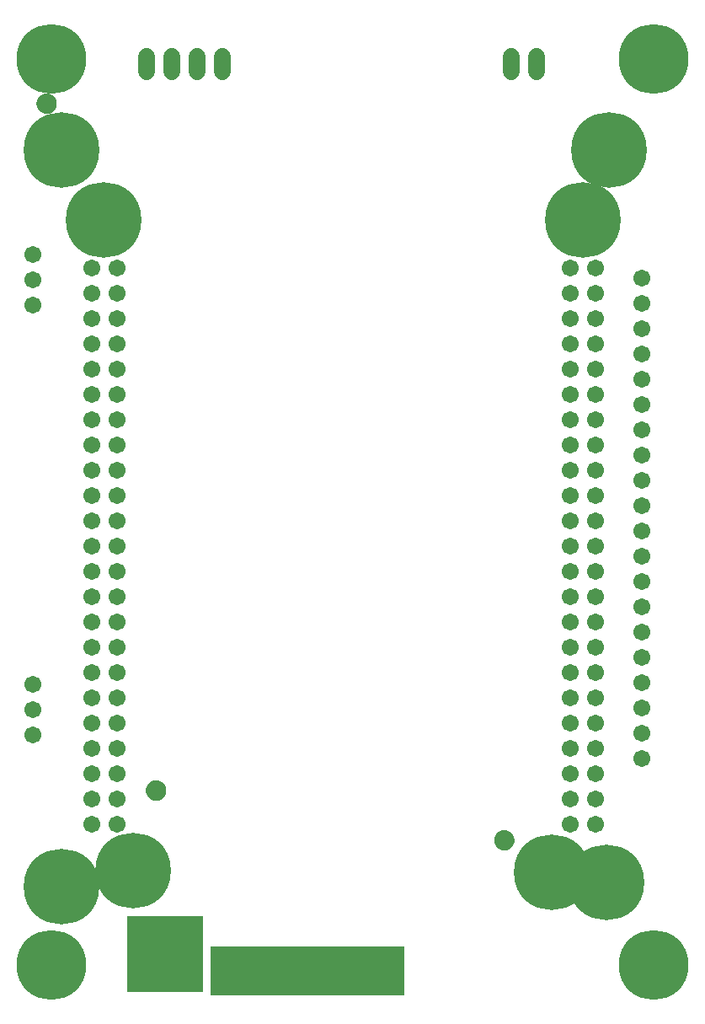
<source format=gbr>
G75*
%MOIN*%
%OFA0B0*%
%FSLAX24Y24*%
%IPPOS*%
%LPD*%
%AMOC8*
5,1,8,0,0,1.08239X$1,22.5*
%
%ADD10R,0.7661X0.1945*%
%ADD11C,0.0672*%
%ADD12C,0.0672*%
%ADD13C,0.0394*%
%ADD14C,0.0679*%
%ADD15R,0.2992X0.2992*%
%ADD16C,0.2992*%
%ADD17C,0.2756*%
%ADD18C,0.0669*%
D10*
X012146Y002257D03*
D11*
X004603Y008049D03*
X004603Y009049D03*
X004603Y010049D03*
X004603Y011049D03*
X004603Y012049D03*
X004603Y013049D03*
X004603Y014049D03*
X004603Y015049D03*
X004603Y016049D03*
X004603Y017049D03*
X004603Y018049D03*
X004603Y019049D03*
X004603Y020049D03*
X004603Y021049D03*
X004603Y022049D03*
X004603Y023049D03*
X004603Y024049D03*
X004603Y025049D03*
X004603Y026049D03*
X004603Y027049D03*
X004603Y028049D03*
X004603Y029049D03*
X004603Y030049D03*
X003603Y030049D03*
X003603Y029049D03*
X003603Y028049D03*
X003603Y027049D03*
X003603Y026049D03*
X003603Y025049D03*
X003603Y024049D03*
X003603Y023049D03*
X003603Y022049D03*
X003603Y021049D03*
X003603Y020049D03*
X003603Y019049D03*
X003603Y018049D03*
X003603Y017049D03*
X003603Y016049D03*
X003603Y015049D03*
X003603Y014049D03*
X003603Y013049D03*
X003603Y012049D03*
X003603Y011049D03*
X003603Y010049D03*
X003603Y009049D03*
X003603Y008049D03*
X001276Y011592D03*
X001276Y012592D03*
X001276Y013592D03*
X001284Y028592D03*
X001284Y029592D03*
X001284Y030592D03*
X022532Y030049D03*
X022532Y029049D03*
X022532Y028049D03*
X022532Y027049D03*
X022532Y026049D03*
X022532Y025049D03*
X022532Y024049D03*
X022532Y023049D03*
X022532Y022049D03*
X022532Y021049D03*
X022532Y020049D03*
X022532Y019049D03*
X022532Y018049D03*
X022532Y017049D03*
X022532Y016049D03*
X022532Y015049D03*
X022532Y014049D03*
X022532Y013049D03*
X022532Y012049D03*
X022532Y011049D03*
X022532Y010049D03*
X022532Y009049D03*
X022532Y008049D03*
X023532Y008049D03*
X023532Y009049D03*
X023532Y010049D03*
X023532Y011049D03*
X023532Y012049D03*
X023532Y013049D03*
X023532Y014049D03*
X023532Y015049D03*
X023532Y016049D03*
X023532Y017049D03*
X023532Y018049D03*
X023532Y019049D03*
X023532Y020049D03*
X023532Y021049D03*
X023532Y022049D03*
X023532Y023049D03*
X023532Y024049D03*
X023532Y025049D03*
X023532Y026049D03*
X023532Y027049D03*
X023532Y028049D03*
X023532Y029049D03*
X023532Y030049D03*
X025370Y029631D03*
X025370Y028631D03*
X025370Y027631D03*
X025370Y026631D03*
X025370Y025631D03*
X025370Y024631D03*
X025370Y023631D03*
X025370Y022631D03*
X025370Y021631D03*
X025370Y020631D03*
X025370Y019631D03*
X025370Y018631D03*
X025370Y017631D03*
X025370Y016631D03*
X025370Y015631D03*
X025370Y014631D03*
X025370Y013631D03*
X025370Y012631D03*
X025370Y011631D03*
X025370Y010631D03*
D12*
X021221Y037823D02*
X021221Y038417D01*
X020221Y038417D02*
X020221Y037823D01*
D13*
X001626Y036545D02*
X001628Y036572D01*
X001634Y036599D01*
X001643Y036625D01*
X001656Y036649D01*
X001672Y036672D01*
X001691Y036691D01*
X001713Y036708D01*
X001737Y036722D01*
X001762Y036732D01*
X001789Y036739D01*
X001816Y036742D01*
X001844Y036741D01*
X001871Y036736D01*
X001897Y036728D01*
X001921Y036716D01*
X001944Y036700D01*
X001965Y036682D01*
X001982Y036661D01*
X001997Y036637D01*
X002008Y036612D01*
X002016Y036586D01*
X002020Y036559D01*
X002020Y036531D01*
X002016Y036504D01*
X002008Y036478D01*
X001997Y036453D01*
X001982Y036429D01*
X001965Y036408D01*
X001944Y036390D01*
X001922Y036374D01*
X001897Y036362D01*
X001871Y036354D01*
X001844Y036349D01*
X001816Y036348D01*
X001789Y036351D01*
X001762Y036358D01*
X001737Y036368D01*
X001713Y036382D01*
X001691Y036399D01*
X001672Y036418D01*
X001656Y036441D01*
X001643Y036465D01*
X001634Y036491D01*
X001628Y036518D01*
X001626Y036545D01*
X005957Y009380D02*
X005959Y009407D01*
X005965Y009434D01*
X005974Y009460D01*
X005987Y009484D01*
X006003Y009507D01*
X006022Y009526D01*
X006044Y009543D01*
X006068Y009557D01*
X006093Y009567D01*
X006120Y009574D01*
X006147Y009577D01*
X006175Y009576D01*
X006202Y009571D01*
X006228Y009563D01*
X006252Y009551D01*
X006275Y009535D01*
X006296Y009517D01*
X006313Y009496D01*
X006328Y009472D01*
X006339Y009447D01*
X006347Y009421D01*
X006351Y009394D01*
X006351Y009366D01*
X006347Y009339D01*
X006339Y009313D01*
X006328Y009288D01*
X006313Y009264D01*
X006296Y009243D01*
X006275Y009225D01*
X006253Y009209D01*
X006228Y009197D01*
X006202Y009189D01*
X006175Y009184D01*
X006147Y009183D01*
X006120Y009186D01*
X006093Y009193D01*
X006068Y009203D01*
X006044Y009217D01*
X006022Y009234D01*
X006003Y009253D01*
X005987Y009276D01*
X005974Y009300D01*
X005965Y009326D01*
X005959Y009353D01*
X005957Y009380D01*
X019736Y007411D02*
X019738Y007438D01*
X019744Y007465D01*
X019753Y007491D01*
X019766Y007515D01*
X019782Y007538D01*
X019801Y007557D01*
X019823Y007574D01*
X019847Y007588D01*
X019872Y007598D01*
X019899Y007605D01*
X019926Y007608D01*
X019954Y007607D01*
X019981Y007602D01*
X020007Y007594D01*
X020031Y007582D01*
X020054Y007566D01*
X020075Y007548D01*
X020092Y007527D01*
X020107Y007503D01*
X020118Y007478D01*
X020126Y007452D01*
X020130Y007425D01*
X020130Y007397D01*
X020126Y007370D01*
X020118Y007344D01*
X020107Y007319D01*
X020092Y007295D01*
X020075Y007274D01*
X020054Y007256D01*
X020032Y007240D01*
X020007Y007228D01*
X019981Y007220D01*
X019954Y007215D01*
X019926Y007214D01*
X019899Y007217D01*
X019872Y007224D01*
X019847Y007234D01*
X019823Y007248D01*
X019801Y007265D01*
X019782Y007284D01*
X019766Y007307D01*
X019753Y007331D01*
X019744Y007357D01*
X019738Y007384D01*
X019736Y007411D01*
D14*
X008762Y037811D02*
X008762Y038411D01*
X007762Y038411D02*
X007762Y037811D01*
X006762Y037811D02*
X006762Y038411D01*
X005762Y038411D02*
X005762Y037811D01*
D15*
X006520Y002923D03*
D16*
X005244Y006214D03*
X002410Y005592D03*
X004083Y031943D03*
X002410Y034726D03*
X021800Y006155D03*
X023985Y005750D03*
X023059Y031943D03*
X024063Y034706D03*
D17*
X025839Y038317D03*
X002020Y038317D03*
X002020Y002490D03*
X025839Y002490D03*
D18*
X001331Y001801D03*
X001036Y002490D03*
X001331Y003179D03*
X002020Y003474D03*
X002709Y003179D03*
X003004Y002490D03*
X002709Y001801D03*
X002020Y001506D03*
X024855Y002490D03*
X025150Y003179D03*
X025839Y003474D03*
X026528Y003179D03*
X026823Y002490D03*
X026528Y001801D03*
X025839Y001506D03*
X025150Y001801D03*
X025839Y037332D03*
X025150Y037628D03*
X024855Y038317D03*
X025150Y039006D03*
X025839Y039301D03*
X026528Y039006D03*
X026823Y038317D03*
X026528Y037628D03*
X003004Y038317D03*
X002741Y038970D03*
X002020Y039301D03*
X001331Y039013D03*
X001036Y038317D03*
X001327Y037612D03*
X002020Y037332D03*
X002693Y037639D03*
M02*

</source>
